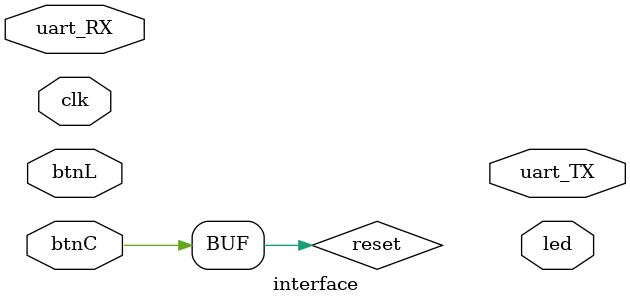
<source format=v>



module interface(
	input clk,

	input btnC,
	input btnL,

	input uart_RX,
	output uart_TX,

	output reg [15: 0] led
);
	wire reset = btnC;
endmodule

</source>
